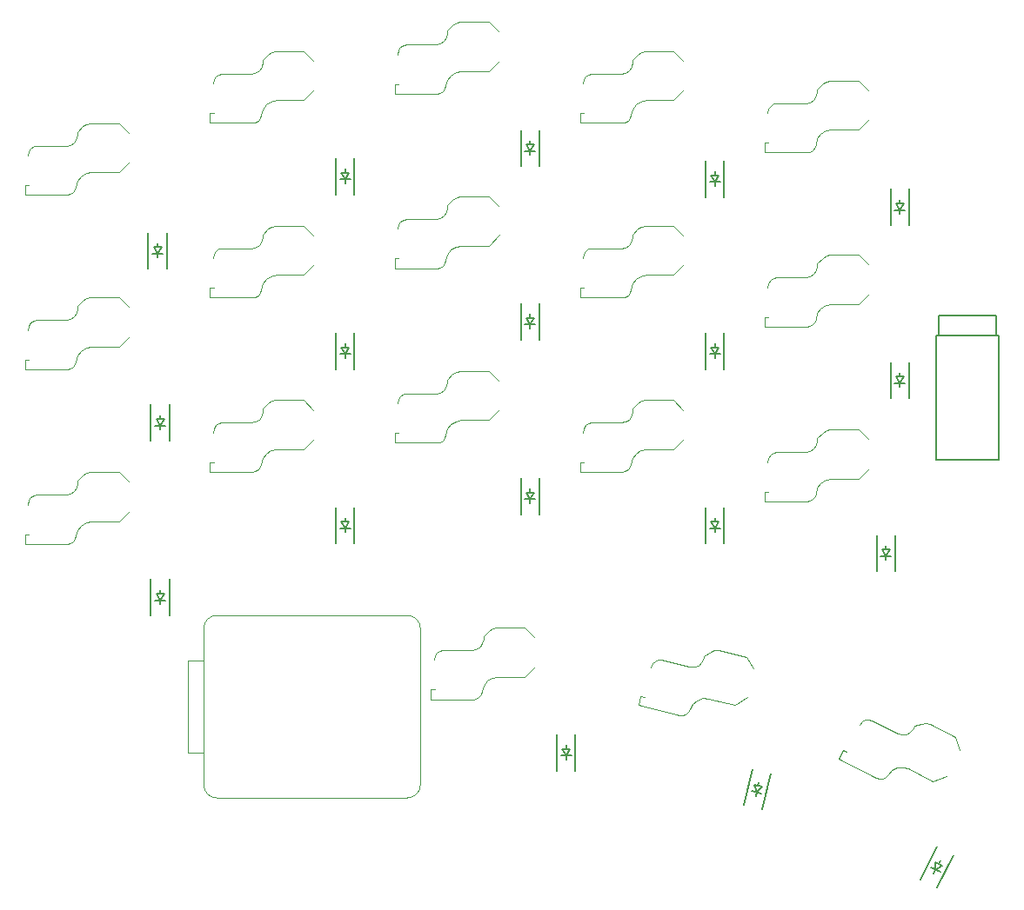
<source format=gbr>
%TF.GenerationSoftware,KiCad,Pcbnew,(6.0.6)*%
%TF.CreationDate,2022-09-25T18:06:26-06:00*%
%TF.ProjectId,miniErgo,6d696e69-4572-4676-9f2e-6b696361645f,rev?*%
%TF.SameCoordinates,Original*%
%TF.FileFunction,Legend,Top*%
%TF.FilePolarity,Positive*%
%FSLAX46Y46*%
G04 Gerber Fmt 4.6, Leading zero omitted, Abs format (unit mm)*
G04 Created by KiCad (PCBNEW (6.0.6)) date 2022-09-25 18:06:26*
%MOMM*%
%LPD*%
G01*
G04 APERTURE LIST*
%ADD10C,0.120000*%
%ADD11C,0.150000*%
G04 APERTURE END LIST*
D10*
%TO.C,M1*%
X118433824Y-125216200D02*
G75*
G03*
X119703824Y-126486200I1270000J0D01*
G01*
X119703824Y-108706200D02*
G75*
G03*
X118433824Y-109976200I0J-1270000D01*
G01*
X138245824Y-126486200D02*
G75*
G03*
X139515824Y-125216200I0J1270000D01*
G01*
X139515824Y-109976200D02*
G75*
G03*
X138245824Y-108706200I-1270000J0D01*
G01*
X118433824Y-113096200D02*
X116909824Y-113096200D01*
X116909824Y-113096200D02*
X116909824Y-122096200D01*
X116909824Y-122096200D02*
X118433824Y-122096200D01*
X118433824Y-122096200D02*
X118433824Y-113096200D01*
X139515824Y-125216200D02*
X139515824Y-109976200D01*
X118433824Y-109976200D02*
X118433824Y-125216200D01*
X138245824Y-108706200D02*
X119703824Y-108706200D01*
X119703824Y-126486200D02*
X138245824Y-126486200D01*
D11*
%TO.C,D7*%
X149675736Y-63477400D02*
X150691736Y-63477400D01*
X149802736Y-62842400D02*
X150564736Y-62842400D01*
X151083736Y-64959900D02*
X151083736Y-61419900D01*
X149283736Y-64959900D02*
X149283736Y-61419900D01*
X150183736Y-63477400D02*
X149802736Y-62842400D01*
X150183736Y-62842400D02*
X150183736Y-62461400D01*
X150183736Y-63858400D02*
X150183736Y-63477400D01*
X150564736Y-62842400D02*
X150183736Y-63477400D01*
%TO.C,D12*%
X168183736Y-100227400D02*
X167802736Y-99592400D01*
X167283736Y-101709900D02*
X167283736Y-98169900D01*
X167675736Y-100227400D02*
X168691736Y-100227400D01*
X168183736Y-99592400D02*
X168183736Y-99211400D01*
X168564736Y-99592400D02*
X168183736Y-100227400D01*
X169083736Y-101709900D02*
X169083736Y-98169900D01*
X167802736Y-99592400D02*
X168564736Y-99592400D01*
X168183736Y-100608400D02*
X168183736Y-100227400D01*
%TO.C,D15*%
X184325770Y-102939800D02*
X185341770Y-102939800D01*
X183933770Y-104422300D02*
X183933770Y-100882300D01*
X184833770Y-102304800D02*
X184833770Y-101923800D01*
X184833770Y-103320800D02*
X184833770Y-102939800D01*
X184833770Y-102939800D02*
X184452770Y-102304800D01*
X185214770Y-102304800D02*
X184833770Y-102939800D01*
X184452770Y-102304800D02*
X185214770Y-102304800D01*
X185733770Y-104422300D02*
X185733770Y-100882300D01*
%TO.C,D10*%
X168183736Y-66858400D02*
X168183736Y-66477400D01*
X167802736Y-65842400D02*
X168564736Y-65842400D01*
X167675736Y-66477400D02*
X168691736Y-66477400D01*
X168183736Y-65842400D02*
X168183736Y-65461400D01*
X168564736Y-65842400D02*
X168183736Y-66477400D01*
X167283736Y-67959900D02*
X167283736Y-64419900D01*
X169083736Y-67959900D02*
X169083736Y-64419900D01*
X168183736Y-66477400D02*
X167802736Y-65842400D01*
%TO.C,D5*%
X132183736Y-82592400D02*
X132183736Y-82211400D01*
X132183736Y-83608400D02*
X132183736Y-83227400D01*
X131802736Y-82592400D02*
X132564736Y-82592400D01*
X132564736Y-82592400D02*
X132183736Y-83227400D01*
X132183736Y-83227400D02*
X131802736Y-82592400D01*
X131283736Y-84709900D02*
X131283736Y-81169900D01*
X131675736Y-83227400D02*
X132691736Y-83227400D01*
X133083736Y-84709900D02*
X133083736Y-81169900D01*
%TO.C,D18*%
X190265409Y-133094594D02*
X189639027Y-133489602D01*
X188167273Y-134407071D02*
X189763380Y-131247317D01*
X189185593Y-133260556D02*
X190092460Y-133718648D01*
X189925334Y-132922810D02*
X190097118Y-132582735D01*
X189467242Y-133829677D02*
X189639027Y-133489602D01*
X189773928Y-135218650D02*
X191370034Y-132058897D01*
X189639027Y-133489602D02*
X189585259Y-132751026D01*
X189585259Y-132751026D02*
X190265409Y-133094594D01*
%TO.C,D1*%
X113033736Y-74959900D02*
X113033736Y-71419900D01*
X114314736Y-72842400D02*
X113933736Y-73477400D01*
X113933736Y-73477400D02*
X113552736Y-72842400D01*
X113552736Y-72842400D02*
X114314736Y-72842400D01*
X113933736Y-73858400D02*
X113933736Y-73477400D01*
X113933736Y-72842400D02*
X113933736Y-72461400D01*
X113425736Y-73477400D02*
X114441736Y-73477400D01*
X114833736Y-74959900D02*
X114833736Y-71419900D01*
%TO.C,D17*%
X172232612Y-125906906D02*
X172009144Y-125200897D01*
X172144316Y-126277533D02*
X172232612Y-125906906D01*
X172379772Y-125289193D02*
X172468068Y-124918565D01*
X171738442Y-125789178D02*
X172726782Y-126024634D01*
X171013547Y-127140473D02*
X171833935Y-123696846D01*
X172009144Y-125200897D02*
X172750400Y-125377489D01*
X172750400Y-125377489D02*
X172232612Y-125906906D01*
X172764544Y-127557619D02*
X173584932Y-124113992D01*
%TO.C,D6*%
X131802736Y-99592400D02*
X132564736Y-99592400D01*
X132564736Y-99592400D02*
X132183736Y-100227400D01*
X132183736Y-100608400D02*
X132183736Y-100227400D01*
X132183736Y-100227400D02*
X131802736Y-99592400D01*
X132183736Y-99592400D02*
X132183736Y-99211400D01*
X131283736Y-101709900D02*
X131283736Y-98169900D01*
X131675736Y-100227400D02*
X132691736Y-100227400D01*
X133083736Y-101709900D02*
X133083736Y-98169900D01*
%TO.C,D16*%
X153683911Y-122752200D02*
X153683911Y-122371200D01*
X154583911Y-123853700D02*
X154583911Y-120313700D01*
X152783911Y-123853700D02*
X152783911Y-120313700D01*
X153175911Y-122371200D02*
X154191911Y-122371200D01*
X153683911Y-122371200D02*
X153302911Y-121736200D01*
X153683911Y-121736200D02*
X153683911Y-121355200D01*
X154064911Y-121736200D02*
X153683911Y-122371200D01*
X153302911Y-121736200D02*
X154064911Y-121736200D01*
%TO.C,D3*%
X114564736Y-106592150D02*
X114183736Y-107227150D01*
X114183736Y-106592150D02*
X114183736Y-106211150D01*
X115083736Y-108709650D02*
X115083736Y-105169650D01*
X114183736Y-107608150D02*
X114183736Y-107227150D01*
X113802736Y-106592150D02*
X114564736Y-106592150D01*
X113283736Y-108709650D02*
X113283736Y-105169650D01*
X114183736Y-107227150D02*
X113802736Y-106592150D01*
X113675736Y-107227150D02*
X114691736Y-107227150D01*
%TO.C,D11*%
X168183736Y-83608400D02*
X168183736Y-83227400D01*
X169083736Y-84709900D02*
X169083736Y-81169900D01*
X168183736Y-82592400D02*
X168183736Y-82211400D01*
X168183736Y-83227400D02*
X167802736Y-82592400D01*
X167283736Y-84709900D02*
X167283736Y-81169900D01*
X168564736Y-82592400D02*
X168183736Y-83227400D01*
X167675736Y-83227400D02*
X168691736Y-83227400D01*
X167802736Y-82592400D02*
X168564736Y-82592400D01*
%TO.C,D8*%
X151083736Y-81853700D02*
X151083736Y-78313700D01*
X150183736Y-80371200D02*
X149802736Y-79736200D01*
X149675736Y-80371200D02*
X150691736Y-80371200D01*
X150183736Y-80752200D02*
X150183736Y-80371200D01*
X149283736Y-81853700D02*
X149283736Y-78313700D01*
X150564736Y-79736200D02*
X150183736Y-80371200D01*
X149802736Y-79736200D02*
X150564736Y-79736200D01*
X150183736Y-79736200D02*
X150183736Y-79355200D01*
%TO.C,D2*%
X113675736Y-90227150D02*
X114691736Y-90227150D01*
X114183736Y-90227150D02*
X113802736Y-89592150D01*
X113802736Y-89592150D02*
X114564736Y-89592150D01*
X114183736Y-89592150D02*
X114183736Y-89211150D01*
X115083736Y-91709650D02*
X115083736Y-88169650D01*
X114183736Y-90608150D02*
X114183736Y-90227150D01*
X113283736Y-91709650D02*
X113283736Y-88169650D01*
X114564736Y-89592150D02*
X114183736Y-90227150D01*
%TO.C,D9*%
X149675736Y-97371200D02*
X150691736Y-97371200D01*
X149802736Y-96736200D02*
X150564736Y-96736200D01*
X149283736Y-98853700D02*
X149283736Y-95313700D01*
X151083736Y-98853700D02*
X151083736Y-95313700D01*
X150183736Y-96736200D02*
X150183736Y-96355200D01*
X150183736Y-97371200D02*
X149802736Y-96736200D01*
X150564736Y-96736200D02*
X150183736Y-97371200D01*
X150183736Y-97752200D02*
X150183736Y-97371200D01*
%TO.C,D14*%
X187083736Y-87566100D02*
X187083736Y-84026100D01*
X185802736Y-85448600D02*
X186564736Y-85448600D01*
X186183736Y-86083600D02*
X185802736Y-85448600D01*
X186183736Y-85448600D02*
X186183736Y-85067600D01*
X185675736Y-86083600D02*
X186691736Y-86083600D01*
X186183736Y-86464600D02*
X186183736Y-86083600D01*
X186564736Y-85448600D02*
X186183736Y-86083600D01*
X185283736Y-87566100D02*
X185283736Y-84026100D01*
%TO.C,D13*%
X185283736Y-70709900D02*
X185283736Y-67169900D01*
X185675736Y-69227400D02*
X186691736Y-69227400D01*
X186183736Y-69608400D02*
X186183736Y-69227400D01*
X186183736Y-69227400D02*
X185802736Y-68592400D01*
X186564736Y-68592400D02*
X186183736Y-69227400D01*
X186183736Y-68592400D02*
X186183736Y-68211400D01*
X185802736Y-68592400D02*
X186564736Y-68592400D01*
X187083736Y-70709900D02*
X187083736Y-67169900D01*
%TO.C,D4*%
X132564736Y-65592400D02*
X132183736Y-66227400D01*
X133083736Y-67709900D02*
X133083736Y-64169900D01*
X132183736Y-66608400D02*
X132183736Y-66227400D01*
X132183736Y-65592400D02*
X132183736Y-65211400D01*
X131283736Y-67709900D02*
X131283736Y-64169900D01*
X132183736Y-66227400D02*
X131802736Y-65592400D01*
X131802736Y-65592400D02*
X132564736Y-65592400D01*
X131675736Y-66227400D02*
X132691736Y-66227400D01*
D10*
%TO.C,SW8*%
X143012736Y-67970200D02*
X142670736Y-68199200D01*
X141001736Y-70090200D02*
X138201736Y-70090200D01*
X137400736Y-73940200D02*
X137037736Y-73940200D01*
X143415736Y-67890200D02*
X143012736Y-67970200D01*
X142953736Y-72787200D02*
X143515736Y-72682200D01*
X142050736Y-69392200D02*
X141806736Y-69759200D01*
X142137736Y-68954200D02*
X142050736Y-69392200D01*
X142670736Y-68199200D02*
X142137736Y-68732200D01*
X141707736Y-74653200D02*
X141900736Y-74395200D01*
X143515736Y-72682200D02*
X146162736Y-72682200D01*
X141806736Y-69759200D02*
X141439736Y-70003200D01*
X137037736Y-74882200D02*
X141123736Y-74882200D01*
X138201736Y-70090200D02*
X137874736Y-70155200D01*
X142474736Y-73086200D02*
X142953736Y-72787200D01*
X147099736Y-68827200D02*
X146162736Y-67890200D01*
X137874736Y-70155200D02*
X137591736Y-70344200D01*
X141123736Y-74882200D02*
X141433736Y-74823200D01*
X141900736Y-74395200D02*
X141982736Y-74097200D01*
X146162736Y-72682200D02*
X147183736Y-71661200D01*
X141439736Y-70003200D02*
X141001736Y-70090200D01*
X142137736Y-68732200D02*
X142137736Y-68954200D01*
X146162736Y-67890200D02*
X143415736Y-67890200D01*
X137402736Y-70627200D02*
X137317736Y-71054200D01*
X141433736Y-74823200D02*
X141707736Y-74653200D01*
X137591736Y-70344200D02*
X137402736Y-70627200D01*
X141982736Y-74097200D02*
X142136736Y-73539200D01*
X137037736Y-73940200D02*
X137037736Y-74882200D01*
X142136736Y-73539200D02*
X142474736Y-73086200D01*
%TO.C,SW17*%
X160952586Y-116539064D02*
X160734279Y-117455419D01*
X166439481Y-116968327D02*
X166974733Y-116788474D01*
X161305703Y-116623189D02*
X160952586Y-116539064D01*
X166974733Y-116788474D02*
X167545767Y-116816575D01*
X168559025Y-112131858D02*
X168148457Y-112116286D01*
X170120705Y-117430012D02*
X171350523Y-116673422D01*
X164709042Y-118402341D02*
X165024275Y-118416789D01*
X165700899Y-113712526D02*
X162977126Y-113063632D01*
X165330213Y-118314916D02*
X165577750Y-118108667D01*
X167545767Y-116816575D02*
X170120705Y-117430012D01*
X167069238Y-112870718D02*
X166883101Y-113276632D01*
X166883101Y-113276632D02*
X166560692Y-113577094D01*
X160734279Y-117455419D02*
X164709042Y-118402341D01*
X165726578Y-117837783D02*
X166005701Y-117330664D01*
X162643965Y-113051080D02*
X162324869Y-113169350D01*
X167762697Y-112259794D02*
X167120686Y-112654762D01*
X165024275Y-118416789D02*
X165330213Y-118314916D01*
X162324869Y-113169350D02*
X162075430Y-113400846D01*
X166560692Y-113577094D02*
X166147137Y-113729400D01*
X166005701Y-117330664D02*
X166439481Y-116968327D01*
X165577750Y-118108667D02*
X165726578Y-117837783D01*
X162075430Y-113400846D02*
X161893788Y-113796522D01*
X162977126Y-113063632D02*
X162643965Y-113051080D01*
X171231241Y-112768470D02*
X168559025Y-112131858D01*
X167120686Y-112654762D02*
X167069238Y-112870718D01*
X166147137Y-113729400D02*
X165700899Y-113712526D01*
X168148457Y-112116286D02*
X167762697Y-112259794D01*
X171925584Y-113897108D02*
X171231241Y-112768470D01*
%TO.C,SW12*%
X155874736Y-90011400D02*
X155591736Y-90200400D01*
X159982736Y-93953400D02*
X160136736Y-93395400D01*
X160050736Y-89248400D02*
X159806736Y-89615400D01*
X161012736Y-87826400D02*
X160670736Y-88055400D01*
X161415736Y-87746400D02*
X161012736Y-87826400D01*
X159439736Y-89859400D02*
X159001736Y-89946400D01*
X155402736Y-90483400D02*
X155317736Y-90910400D01*
X160137736Y-88588400D02*
X160137736Y-88810400D01*
X160136736Y-93395400D02*
X160474736Y-92942400D01*
X160474736Y-92942400D02*
X160953736Y-92643400D01*
X159433736Y-94679400D02*
X159707736Y-94509400D01*
X164162736Y-92538400D02*
X165183736Y-91517400D01*
X156201736Y-89946400D02*
X155874736Y-90011400D01*
X165099736Y-88683400D02*
X164162736Y-87746400D01*
X155037736Y-94738400D02*
X159123736Y-94738400D01*
X155037736Y-93796400D02*
X155037736Y-94738400D01*
X159806736Y-89615400D02*
X159439736Y-89859400D01*
X155400736Y-93796400D02*
X155037736Y-93796400D01*
X159707736Y-94509400D02*
X159900736Y-94251400D01*
X164162736Y-87746400D02*
X161415736Y-87746400D01*
X159001736Y-89946400D02*
X156201736Y-89946400D01*
X160670736Y-88055400D02*
X160137736Y-88588400D01*
X160137736Y-88810400D02*
X160050736Y-89248400D01*
X155591736Y-90200400D02*
X155402736Y-90483400D01*
X161515736Y-92538400D02*
X164162736Y-92538400D01*
X159900736Y-94251400D02*
X159982736Y-93953400D01*
X160953736Y-92643400D02*
X161515736Y-92538400D01*
X159123736Y-94738400D02*
X159433736Y-94679400D01*
%TO.C,SW5*%
X124670736Y-71055400D02*
X124137736Y-71588400D01*
X124137736Y-71810400D02*
X124050736Y-72248400D01*
X124953736Y-75643400D02*
X125515736Y-75538400D01*
X123433736Y-77679400D02*
X123707736Y-77509400D01*
X119874736Y-73011400D02*
X119591736Y-73200400D01*
X125012736Y-70826400D02*
X124670736Y-71055400D01*
X123123736Y-77738400D02*
X123433736Y-77679400D01*
X123439736Y-72859400D02*
X123001736Y-72946400D01*
X119402736Y-73483400D02*
X119317736Y-73910400D01*
X123806736Y-72615400D02*
X123439736Y-72859400D01*
X129099736Y-71683400D02*
X128162736Y-70746400D01*
X125515736Y-75538400D02*
X128162736Y-75538400D01*
X124474736Y-75942400D02*
X124953736Y-75643400D01*
X119400736Y-76796400D02*
X119037736Y-76796400D01*
X123900736Y-77251400D02*
X123982736Y-76953400D01*
X120201736Y-72946400D02*
X119874736Y-73011400D01*
X119037736Y-76796400D02*
X119037736Y-77738400D01*
X123707736Y-77509400D02*
X123900736Y-77251400D01*
X124050736Y-72248400D02*
X123806736Y-72615400D01*
X128162736Y-70746400D02*
X125415736Y-70746400D01*
X125415736Y-70746400D02*
X125012736Y-70826400D01*
X123001736Y-72946400D02*
X120201736Y-72946400D01*
X123982736Y-76953400D02*
X124136736Y-76395400D01*
X119037736Y-77738400D02*
X123123736Y-77738400D01*
X128162736Y-75538400D02*
X129183736Y-74517400D01*
X119591736Y-73200400D02*
X119402736Y-73483400D01*
X124137736Y-71588400D02*
X124137736Y-71810400D01*
X124136736Y-76395400D02*
X124474736Y-75942400D01*
%TO.C,SW1*%
X111099736Y-61683150D02*
X110162736Y-60746150D01*
X105001736Y-62946150D02*
X102201736Y-62946150D01*
X107012736Y-60826150D02*
X106670736Y-61055150D01*
X101400736Y-66796150D02*
X101037736Y-66796150D01*
X101591736Y-63200150D02*
X101402736Y-63483150D01*
X106050736Y-62248150D02*
X105806736Y-62615150D01*
X101037736Y-67738150D02*
X105123736Y-67738150D01*
X106137736Y-61588150D02*
X106137736Y-61810150D01*
X106137736Y-61810150D02*
X106050736Y-62248150D01*
X101037736Y-66796150D02*
X101037736Y-67738150D01*
X106953736Y-65643150D02*
X107515736Y-65538150D01*
X107415736Y-60746150D02*
X107012736Y-60826150D01*
X101874736Y-63011150D02*
X101591736Y-63200150D01*
X106670736Y-61055150D02*
X106137736Y-61588150D01*
X110162736Y-60746150D02*
X107415736Y-60746150D01*
X107515736Y-65538150D02*
X110162736Y-65538150D01*
X106474736Y-65942150D02*
X106953736Y-65643150D01*
X105707736Y-67509150D02*
X105900736Y-67251150D01*
X106136736Y-66395150D02*
X106474736Y-65942150D01*
X105900736Y-67251150D02*
X105982736Y-66953150D01*
X101402736Y-63483150D02*
X101317736Y-63910150D01*
X105806736Y-62615150D02*
X105439736Y-62859150D01*
X105982736Y-66953150D02*
X106136736Y-66395150D01*
X102201736Y-62946150D02*
X101874736Y-63011150D01*
X105439736Y-62859150D02*
X105001736Y-62946150D01*
X110162736Y-65538150D02*
X111183736Y-64517150D01*
X105433736Y-67679150D02*
X105707736Y-67509150D01*
X105123736Y-67738150D02*
X105433736Y-67679150D01*
%TO.C,SW18*%
X188699630Y-119212506D02*
X188291115Y-119262708D01*
X191547345Y-120561364D02*
X189095412Y-119322803D01*
X186475090Y-123485490D02*
X187024066Y-123645162D01*
X180998699Y-122010919D02*
X180674691Y-121847250D01*
X183449539Y-118935616D02*
X183128356Y-118846197D01*
X191961226Y-121820189D02*
X191547345Y-120561364D01*
X184521591Y-124589262D02*
X184810186Y-124445994D01*
X185406788Y-123788348D02*
X185912729Y-123536403D01*
X187474954Y-119696293D02*
X187199814Y-120048019D01*
X186378958Y-120317903D02*
X185948779Y-120198073D01*
X180674691Y-121847250D02*
X180249964Y-122688066D01*
X187575049Y-119498139D02*
X187474954Y-119696293D01*
X184810186Y-124445994D02*
X185017740Y-124216976D01*
X185912729Y-123536403D02*
X186475090Y-123485490D01*
X188291115Y-119262708D02*
X187575049Y-119498139D01*
X182790539Y-118887298D02*
X182494242Y-119054684D01*
X185017740Y-124216976D02*
X185406788Y-123788348D01*
X183128356Y-118846197D02*
X182790539Y-118887298D01*
X180249964Y-122688066D02*
X183897070Y-124530352D01*
X189095412Y-119322803D02*
X188699630Y-119212506D01*
X187024066Y-123645162D02*
X189386740Y-124838635D01*
X187199814Y-120048019D02*
X186816551Y-120265584D01*
X184200373Y-124617461D02*
X184521591Y-124589262D01*
X186816551Y-120265584D02*
X186378958Y-120317903D01*
X183897070Y-124530352D02*
X184200373Y-124617461D01*
X182494242Y-119054684D02*
X182225847Y-119397493D01*
X189386740Y-124838635D02*
X190758416Y-124387651D01*
X185948779Y-120198073D02*
X183449539Y-118935616D01*
D11*
%TO.C,J1*%
X189733770Y-81454800D02*
X189733770Y-93554800D01*
X189983770Y-81454800D02*
X189983770Y-79454800D01*
X195583770Y-79454800D02*
X189983770Y-79454800D01*
X195833770Y-81454800D02*
X195833770Y-93554800D01*
X195833770Y-81454800D02*
X189733770Y-81454800D01*
X195833770Y-93554800D02*
X189733770Y-93554800D01*
X195583770Y-81454800D02*
X195583770Y-79454800D01*
D10*
%TO.C,SW3*%
X111099736Y-95683150D02*
X110162736Y-94746150D01*
X101874736Y-97011150D02*
X101591736Y-97200150D01*
X101037736Y-101738150D02*
X105123736Y-101738150D01*
X106670736Y-95055150D02*
X106137736Y-95588150D01*
X106474736Y-99942150D02*
X106953736Y-99643150D01*
X105806736Y-96615150D02*
X105439736Y-96859150D01*
X105707736Y-101509150D02*
X105900736Y-101251150D01*
X101037736Y-100796150D02*
X101037736Y-101738150D01*
X106137736Y-95588150D02*
X106137736Y-95810150D01*
X106136736Y-100395150D02*
X106474736Y-99942150D01*
X107515736Y-99538150D02*
X110162736Y-99538150D01*
X101400736Y-100796150D02*
X101037736Y-100796150D01*
X105982736Y-100953150D02*
X106136736Y-100395150D01*
X107012736Y-94826150D02*
X106670736Y-95055150D01*
X105439736Y-96859150D02*
X105001736Y-96946150D01*
X101402736Y-97483150D02*
X101317736Y-97910150D01*
X107415736Y-94746150D02*
X107012736Y-94826150D01*
X106050736Y-96248150D02*
X105806736Y-96615150D01*
X106953736Y-99643150D02*
X107515736Y-99538150D01*
X110162736Y-94746150D02*
X107415736Y-94746150D01*
X105123736Y-101738150D02*
X105433736Y-101679150D01*
X106137736Y-95810150D02*
X106050736Y-96248150D01*
X105900736Y-101251150D02*
X105982736Y-100953150D01*
X102201736Y-96946150D02*
X101874736Y-97011150D01*
X105001736Y-96946150D02*
X102201736Y-96946150D01*
X101591736Y-97200150D02*
X101402736Y-97483150D01*
X110162736Y-99538150D02*
X111183736Y-98517150D01*
X105433736Y-101679150D02*
X105707736Y-101509150D01*
%TO.C,SW6*%
X124953736Y-92643400D02*
X125515736Y-92538400D01*
X124050736Y-89248400D02*
X123806736Y-89615400D01*
X125012736Y-87826400D02*
X124670736Y-88055400D01*
X123439736Y-89859400D02*
X123001736Y-89946400D01*
X119591736Y-90200400D02*
X119402736Y-90483400D01*
X124670736Y-88055400D02*
X124137736Y-88588400D01*
X119874736Y-90011400D02*
X119591736Y-90200400D01*
X128162736Y-92538400D02*
X129183736Y-91517400D01*
X123001736Y-89946400D02*
X120201736Y-89946400D01*
X119037736Y-93796400D02*
X119037736Y-94738400D01*
X123900736Y-94251400D02*
X123982736Y-93953400D01*
X125415736Y-87746400D02*
X125012736Y-87826400D01*
X124137736Y-88588400D02*
X124137736Y-88810400D01*
X123707736Y-94509400D02*
X123900736Y-94251400D01*
X123433736Y-94679400D02*
X123707736Y-94509400D01*
X124474736Y-92942400D02*
X124953736Y-92643400D01*
X123123736Y-94738400D02*
X123433736Y-94679400D01*
X123806736Y-89615400D02*
X123439736Y-89859400D01*
X119402736Y-90483400D02*
X119317736Y-90910400D01*
X123982736Y-93953400D02*
X124136736Y-93395400D01*
X124136736Y-93395400D02*
X124474736Y-92942400D01*
X129099736Y-88683400D02*
X128162736Y-87746400D01*
X125515736Y-92538400D02*
X128162736Y-92538400D01*
X124137736Y-88810400D02*
X124050736Y-89248400D01*
X119400736Y-93796400D02*
X119037736Y-93796400D01*
X120201736Y-89946400D02*
X119874736Y-90011400D01*
X128162736Y-87746400D02*
X125415736Y-87746400D01*
X119037736Y-94738400D02*
X123123736Y-94738400D01*
%TO.C,SW9*%
X141439736Y-87003200D02*
X141001736Y-87090200D01*
X137037736Y-90940200D02*
X137037736Y-91882200D01*
X146162736Y-89682200D02*
X147183736Y-88661200D01*
X137591736Y-87344200D02*
X137402736Y-87627200D01*
X137874736Y-87155200D02*
X137591736Y-87344200D01*
X137400736Y-90940200D02*
X137037736Y-90940200D01*
X137037736Y-91882200D02*
X141123736Y-91882200D01*
X141900736Y-91395200D02*
X141982736Y-91097200D01*
X142953736Y-89787200D02*
X143515736Y-89682200D01*
X143415736Y-84890200D02*
X143012736Y-84970200D01*
X142474736Y-90086200D02*
X142953736Y-89787200D01*
X142670736Y-85199200D02*
X142137736Y-85732200D01*
X142050736Y-86392200D02*
X141806736Y-86759200D01*
X141982736Y-91097200D02*
X142136736Y-90539200D01*
X141123736Y-91882200D02*
X141433736Y-91823200D01*
X141433736Y-91823200D02*
X141707736Y-91653200D01*
X142137736Y-85954200D02*
X142050736Y-86392200D01*
X146162736Y-84890200D02*
X143415736Y-84890200D01*
X141001736Y-87090200D02*
X138201736Y-87090200D01*
X143012736Y-84970200D02*
X142670736Y-85199200D01*
X143515736Y-89682200D02*
X146162736Y-89682200D01*
X141806736Y-86759200D02*
X141439736Y-87003200D01*
X147099736Y-85827200D02*
X146162736Y-84890200D01*
X142137736Y-85732200D02*
X142137736Y-85954200D01*
X141707736Y-91653200D02*
X141900736Y-91395200D01*
X137402736Y-87627200D02*
X137317736Y-88054200D01*
X142136736Y-90539200D02*
X142474736Y-90086200D01*
X138201736Y-87090200D02*
X137874736Y-87155200D01*
%TO.C,SW7*%
X141806736Y-52759200D02*
X141439736Y-53003200D01*
X142137736Y-51954200D02*
X142050736Y-52392200D01*
X138201736Y-53090200D02*
X137874736Y-53155200D01*
X142474736Y-56086200D02*
X142953736Y-55787200D01*
X142050736Y-52392200D02*
X141806736Y-52759200D01*
X141001736Y-53090200D02*
X138201736Y-53090200D01*
X143415736Y-50890200D02*
X143012736Y-50970200D01*
X141900736Y-57395200D02*
X141982736Y-57097200D01*
X146162736Y-55682200D02*
X147183736Y-54661200D01*
X143012736Y-50970200D02*
X142670736Y-51199200D01*
X137591736Y-53344200D02*
X137402736Y-53627200D01*
X147099736Y-51827200D02*
X146162736Y-50890200D01*
X142953736Y-55787200D02*
X143515736Y-55682200D01*
X141433736Y-57823200D02*
X141707736Y-57653200D01*
X142670736Y-51199200D02*
X142137736Y-51732200D01*
X142137736Y-51732200D02*
X142137736Y-51954200D01*
X137874736Y-53155200D02*
X137591736Y-53344200D01*
X141707736Y-57653200D02*
X141900736Y-57395200D01*
X141982736Y-57097200D02*
X142136736Y-56539200D01*
X137037736Y-57882200D02*
X141123736Y-57882200D01*
X141123736Y-57882200D02*
X141433736Y-57823200D01*
X143515736Y-55682200D02*
X146162736Y-55682200D01*
X146162736Y-50890200D02*
X143415736Y-50890200D01*
X141439736Y-53003200D02*
X141001736Y-53090200D01*
X137402736Y-53627200D02*
X137317736Y-54054200D01*
X142136736Y-56539200D02*
X142474736Y-56086200D01*
X137037736Y-56940200D02*
X137037736Y-57882200D01*
X137400736Y-56940200D02*
X137037736Y-56940200D01*
%TO.C,SW13*%
X177123736Y-63594600D02*
X177433736Y-63535600D01*
X173591736Y-59056600D02*
X173402736Y-59339600D01*
X182162736Y-61394600D02*
X183183736Y-60373600D01*
X173037736Y-62652600D02*
X173037736Y-63594600D01*
X177806736Y-58471600D02*
X177439736Y-58715600D01*
X177433736Y-63535600D02*
X177707736Y-63365600D01*
X178137736Y-57444600D02*
X178137736Y-57666600D01*
X179012736Y-56682600D02*
X178670736Y-56911600D01*
X179415736Y-56602600D02*
X179012736Y-56682600D01*
X173400736Y-62652600D02*
X173037736Y-62652600D01*
X174201736Y-58802600D02*
X173874736Y-58867600D01*
X173402736Y-59339600D02*
X173317736Y-59766600D01*
X183099736Y-57539600D02*
X182162736Y-56602600D01*
X182162736Y-56602600D02*
X179415736Y-56602600D01*
X178137736Y-57666600D02*
X178050736Y-58104600D01*
X178050736Y-58104600D02*
X177806736Y-58471600D01*
X177982736Y-62809600D02*
X178136736Y-62251600D01*
X178670736Y-56911600D02*
X178137736Y-57444600D01*
X177707736Y-63365600D02*
X177900736Y-63107600D01*
X177439736Y-58715600D02*
X177001736Y-58802600D01*
X173874736Y-58867600D02*
X173591736Y-59056600D01*
X178136736Y-62251600D02*
X178474736Y-61798600D01*
X177900736Y-63107600D02*
X177982736Y-62809600D01*
X179515736Y-61394600D02*
X182162736Y-61394600D01*
X178474736Y-61798600D02*
X178953736Y-61499600D01*
X177001736Y-58802600D02*
X174201736Y-58802600D01*
X173037736Y-63594600D02*
X177123736Y-63594600D01*
X178953736Y-61499600D02*
X179515736Y-61394600D01*
%TO.C,SW14*%
X178670736Y-73911600D02*
X178137736Y-74444600D01*
X183099736Y-74539600D02*
X182162736Y-73602600D01*
X177806736Y-75471600D02*
X177439736Y-75715600D01*
X178136736Y-79251600D02*
X178474736Y-78798600D01*
X178137736Y-74444600D02*
X178137736Y-74666600D01*
X173591736Y-76056600D02*
X173402736Y-76339600D01*
X173874736Y-75867600D02*
X173591736Y-76056600D01*
X178050736Y-75104600D02*
X177806736Y-75471600D01*
X177439736Y-75715600D02*
X177001736Y-75802600D01*
X178137736Y-74666600D02*
X178050736Y-75104600D01*
X179012736Y-73682600D02*
X178670736Y-73911600D01*
X179515736Y-78394600D02*
X182162736Y-78394600D01*
X177123736Y-80594600D02*
X177433736Y-80535600D01*
X178953736Y-78499600D02*
X179515736Y-78394600D01*
X178474736Y-78798600D02*
X178953736Y-78499600D01*
X177982736Y-79809600D02*
X178136736Y-79251600D01*
X177707736Y-80365600D02*
X177900736Y-80107600D01*
X182162736Y-78394600D02*
X183183736Y-77373600D01*
X177001736Y-75802600D02*
X174201736Y-75802600D01*
X173402736Y-76339600D02*
X173317736Y-76766600D01*
X173400736Y-79652600D02*
X173037736Y-79652600D01*
X179415736Y-73602600D02*
X179012736Y-73682600D01*
X173037736Y-80594600D02*
X177123736Y-80594600D01*
X174201736Y-75802600D02*
X173874736Y-75867600D01*
X173037736Y-79652600D02*
X173037736Y-80594600D01*
X177900736Y-80107600D02*
X177982736Y-79809600D01*
X177433736Y-80535600D02*
X177707736Y-80365600D01*
X182162736Y-73602600D02*
X179415736Y-73602600D01*
%TO.C,SW4*%
X125012736Y-53826400D02*
X124670736Y-54055400D01*
X124953736Y-58643400D02*
X125515736Y-58538400D01*
X120201736Y-55946400D02*
X119874736Y-56011400D01*
X124474736Y-58942400D02*
X124953736Y-58643400D01*
X123001736Y-55946400D02*
X120201736Y-55946400D01*
X123982736Y-59953400D02*
X124136736Y-59395400D01*
X124050736Y-55248400D02*
X123806736Y-55615400D01*
X128162736Y-58538400D02*
X129183736Y-57517400D01*
X119874736Y-56011400D02*
X119591736Y-56200400D01*
X119591736Y-56200400D02*
X119402736Y-56483400D01*
X124136736Y-59395400D02*
X124474736Y-58942400D01*
X123123736Y-60738400D02*
X123433736Y-60679400D01*
X119400736Y-59796400D02*
X119037736Y-59796400D01*
X124137736Y-54588400D02*
X124137736Y-54810400D01*
X123439736Y-55859400D02*
X123001736Y-55946400D01*
X119037736Y-59796400D02*
X119037736Y-60738400D01*
X125415736Y-53746400D02*
X125012736Y-53826400D01*
X123433736Y-60679400D02*
X123707736Y-60509400D01*
X125515736Y-58538400D02*
X128162736Y-58538400D01*
X123707736Y-60509400D02*
X123900736Y-60251400D01*
X123900736Y-60251400D02*
X123982736Y-59953400D01*
X119402736Y-56483400D02*
X119317736Y-56910400D01*
X119037736Y-60738400D02*
X123123736Y-60738400D01*
X123806736Y-55615400D02*
X123439736Y-55859400D01*
X129099736Y-54683400D02*
X128162736Y-53746400D01*
X124137736Y-54810400D02*
X124050736Y-55248400D01*
X124670736Y-54055400D02*
X124137736Y-54588400D01*
X128162736Y-53746400D02*
X125415736Y-53746400D01*
%TO.C,SW2*%
X107415736Y-77746150D02*
X107012736Y-77826150D01*
X110162736Y-82538150D02*
X111183736Y-81517150D01*
X106670736Y-78055150D02*
X106137736Y-78588150D01*
X106953736Y-82643150D02*
X107515736Y-82538150D01*
X101037736Y-83796150D02*
X101037736Y-84738150D01*
X105982736Y-83953150D02*
X106136736Y-83395150D01*
X110162736Y-77746150D02*
X107415736Y-77746150D01*
X101400736Y-83796150D02*
X101037736Y-83796150D01*
X106137736Y-78588150D02*
X106137736Y-78810150D01*
X105806736Y-79615150D02*
X105439736Y-79859150D01*
X106136736Y-83395150D02*
X106474736Y-82942150D01*
X101591736Y-80200150D02*
X101402736Y-80483150D01*
X101037736Y-84738150D02*
X105123736Y-84738150D01*
X107515736Y-82538150D02*
X110162736Y-82538150D01*
X106474736Y-82942150D02*
X106953736Y-82643150D01*
X107012736Y-77826150D02*
X106670736Y-78055150D01*
X106137736Y-78810150D02*
X106050736Y-79248150D01*
X105707736Y-84509150D02*
X105900736Y-84251150D01*
X101402736Y-80483150D02*
X101317736Y-80910150D01*
X105439736Y-79859150D02*
X105001736Y-79946150D01*
X105123736Y-84738150D02*
X105433736Y-84679150D01*
X105433736Y-84679150D02*
X105707736Y-84509150D01*
X105001736Y-79946150D02*
X102201736Y-79946150D01*
X105900736Y-84251150D02*
X105982736Y-83953150D01*
X102201736Y-79946150D02*
X101874736Y-80011150D01*
X111099736Y-78683150D02*
X110162736Y-77746150D01*
X106050736Y-79248150D02*
X105806736Y-79615150D01*
X101874736Y-80011150D02*
X101591736Y-80200150D01*
%TO.C,SW15*%
X178137736Y-91444600D02*
X178137736Y-91666600D01*
X173400736Y-96652600D02*
X173037736Y-96652600D01*
X178050736Y-92104600D02*
X177806736Y-92471600D01*
X173874736Y-92867600D02*
X173591736Y-93056600D01*
X177982736Y-96809600D02*
X178136736Y-96251600D01*
X177123736Y-97594600D02*
X177433736Y-97535600D01*
X177806736Y-92471600D02*
X177439736Y-92715600D01*
X178953736Y-95499600D02*
X179515736Y-95394600D01*
X179012736Y-90682600D02*
X178670736Y-90911600D01*
X173591736Y-93056600D02*
X173402736Y-93339600D01*
X173402736Y-93339600D02*
X173317736Y-93766600D01*
X177001736Y-92802600D02*
X174201736Y-92802600D01*
X178136736Y-96251600D02*
X178474736Y-95798600D01*
X178670736Y-90911600D02*
X178137736Y-91444600D01*
X174201736Y-92802600D02*
X173874736Y-92867600D01*
X177707736Y-97365600D02*
X177900736Y-97107600D01*
X178137736Y-91666600D02*
X178050736Y-92104600D01*
X177433736Y-97535600D02*
X177707736Y-97365600D01*
X173037736Y-96652600D02*
X173037736Y-97594600D01*
X183099736Y-91539600D02*
X182162736Y-90602600D01*
X179515736Y-95394600D02*
X182162736Y-95394600D01*
X177900736Y-97107600D02*
X177982736Y-96809600D01*
X182162736Y-90602600D02*
X179415736Y-90602600D01*
X173037736Y-97594600D02*
X177123736Y-97594600D01*
X182162736Y-95394600D02*
X183183736Y-94373600D01*
X177439736Y-92715600D02*
X177001736Y-92802600D01*
X178474736Y-95798600D02*
X178953736Y-95499600D01*
X179415736Y-90602600D02*
X179012736Y-90682600D01*
%TO.C,SW11*%
X160050736Y-72248400D02*
X159806736Y-72615400D01*
X160474736Y-75942400D02*
X160953736Y-75643400D01*
X160136736Y-76395400D02*
X160474736Y-75942400D01*
X159001736Y-72946400D02*
X156201736Y-72946400D01*
X159123736Y-77738400D02*
X159433736Y-77679400D01*
X155874736Y-73011400D02*
X155591736Y-73200400D01*
X159439736Y-72859400D02*
X159001736Y-72946400D01*
X161012736Y-70826400D02*
X160670736Y-71055400D01*
X155037736Y-77738400D02*
X159123736Y-77738400D01*
X159982736Y-76953400D02*
X160136736Y-76395400D01*
X160137736Y-71588400D02*
X160137736Y-71810400D01*
X160670736Y-71055400D02*
X160137736Y-71588400D01*
X165099736Y-71683400D02*
X164162736Y-70746400D01*
X155037736Y-76796400D02*
X155037736Y-77738400D01*
X161415736Y-70746400D02*
X161012736Y-70826400D01*
X161515736Y-75538400D02*
X164162736Y-75538400D01*
X160137736Y-71810400D02*
X160050736Y-72248400D01*
X156201736Y-72946400D02*
X155874736Y-73011400D01*
X164162736Y-70746400D02*
X161415736Y-70746400D01*
X159900736Y-77251400D02*
X159982736Y-76953400D01*
X155402736Y-73483400D02*
X155317736Y-73910400D01*
X155591736Y-73200400D02*
X155402736Y-73483400D01*
X160953736Y-75643400D02*
X161515736Y-75538400D01*
X155400736Y-76796400D02*
X155037736Y-76796400D01*
X159806736Y-72615400D02*
X159439736Y-72859400D01*
X159707736Y-77509400D02*
X159900736Y-77251400D01*
X164162736Y-75538400D02*
X165183736Y-74517400D01*
X159433736Y-77679400D02*
X159707736Y-77509400D01*
%TO.C,SW16*%
X145636911Y-115539200D02*
X145974911Y-115086200D01*
X141701911Y-112090200D02*
X141374911Y-112155200D01*
X144501911Y-112090200D02*
X141701911Y-112090200D01*
X144933911Y-116823200D02*
X145207911Y-116653200D01*
X140902911Y-112627200D02*
X140817911Y-113054200D01*
X147015911Y-114682200D02*
X149662911Y-114682200D01*
X145637911Y-110954200D02*
X145550911Y-111392200D01*
X146453911Y-114787200D02*
X147015911Y-114682200D01*
X141374911Y-112155200D02*
X141091911Y-112344200D01*
X146915911Y-109890200D02*
X146512911Y-109970200D01*
X149662911Y-109890200D02*
X146915911Y-109890200D01*
X145400911Y-116395200D02*
X145482911Y-116097200D01*
X145207911Y-116653200D02*
X145400911Y-116395200D01*
X145974911Y-115086200D02*
X146453911Y-114787200D01*
X146512911Y-109970200D02*
X146170911Y-110199200D01*
X141091911Y-112344200D02*
X140902911Y-112627200D01*
X140537911Y-115940200D02*
X140537911Y-116882200D01*
X140900911Y-115940200D02*
X140537911Y-115940200D01*
X140537911Y-116882200D02*
X144623911Y-116882200D01*
X149662911Y-114682200D02*
X150683911Y-113661200D01*
X145637911Y-110732200D02*
X145637911Y-110954200D01*
X150599911Y-110827200D02*
X149662911Y-109890200D01*
X145482911Y-116097200D02*
X145636911Y-115539200D01*
X144623911Y-116882200D02*
X144933911Y-116823200D01*
X145550911Y-111392200D02*
X145306911Y-111759200D01*
X144939911Y-112003200D02*
X144501911Y-112090200D01*
X145306911Y-111759200D02*
X144939911Y-112003200D01*
X146170911Y-110199200D02*
X145637911Y-110732200D01*
%TO.C,SW10*%
X155591736Y-56200400D02*
X155402736Y-56483400D01*
X165099736Y-54683400D02*
X164162736Y-53746400D01*
X159982736Y-59953400D02*
X160136736Y-59395400D01*
X159001736Y-55946400D02*
X156201736Y-55946400D01*
X160136736Y-59395400D02*
X160474736Y-58942400D01*
X155037736Y-60738400D02*
X159123736Y-60738400D01*
X159433736Y-60679400D02*
X159707736Y-60509400D01*
X161515736Y-58538400D02*
X164162736Y-58538400D01*
X164162736Y-53746400D02*
X161415736Y-53746400D01*
X164162736Y-58538400D02*
X165183736Y-57517400D01*
X155400736Y-59796400D02*
X155037736Y-59796400D01*
X161012736Y-53826400D02*
X160670736Y-54055400D01*
X155874736Y-56011400D02*
X155591736Y-56200400D01*
X160137736Y-54588400D02*
X160137736Y-54810400D01*
X159707736Y-60509400D02*
X159900736Y-60251400D01*
X160137736Y-54810400D02*
X160050736Y-55248400D01*
X160670736Y-54055400D02*
X160137736Y-54588400D01*
X160953736Y-58643400D02*
X161515736Y-58538400D01*
X159439736Y-55859400D02*
X159001736Y-55946400D01*
X155402736Y-56483400D02*
X155317736Y-56910400D01*
X159806736Y-55615400D02*
X159439736Y-55859400D01*
X160474736Y-58942400D02*
X160953736Y-58643400D01*
X161415736Y-53746400D02*
X161012736Y-53826400D01*
X159123736Y-60738400D02*
X159433736Y-60679400D01*
X156201736Y-55946400D02*
X155874736Y-56011400D01*
X155037736Y-59796400D02*
X155037736Y-60738400D01*
X159900736Y-60251400D02*
X159982736Y-59953400D01*
X160050736Y-55248400D02*
X159806736Y-55615400D01*
%TD*%
M02*

</source>
